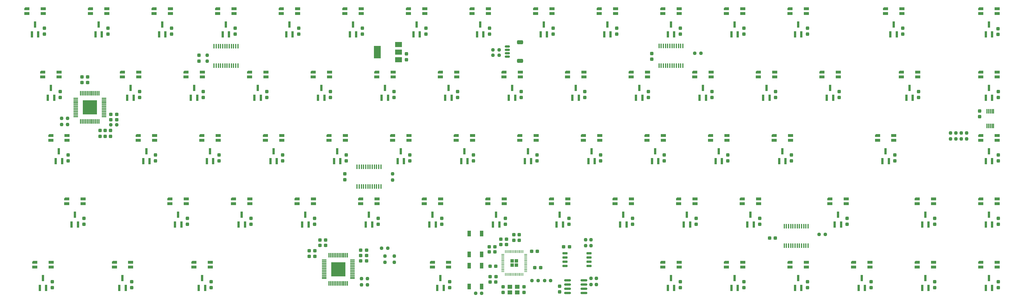
<source format=gbp>
G04 #@! TF.GenerationSoftware,KiCad,Pcbnew,(6.0.0)*
G04 #@! TF.CreationDate,2024-08-25T19:28:41-07:00*
G04 #@! TF.ProjectId,stekeeb65_analog,7374656b-6565-4623-9635-5f616e616c6f,rev?*
G04 #@! TF.SameCoordinates,Original*
G04 #@! TF.FileFunction,Paste,Bot*
G04 #@! TF.FilePolarity,Positive*
%FSLAX46Y46*%
G04 Gerber Fmt 4.6, Leading zero omitted, Abs format (unit mm)*
G04 Created by KiCad (PCBNEW (6.0.0)) date 2024-08-25 19:28:41*
%MOMM*%
%LPD*%
G01*
G04 APERTURE LIST*
G04 Aperture macros list*
%AMRoundRect*
0 Rectangle with rounded corners*
0 $1 Rounding radius*
0 $2 $3 $4 $5 $6 $7 $8 $9 X,Y pos of 4 corners*
0 Add a 4 corners polygon primitive as box body*
4,1,4,$2,$3,$4,$5,$6,$7,$8,$9,$2,$3,0*
0 Add four circle primitives for the rounded corners*
1,1,$1+$1,$2,$3*
1,1,$1+$1,$4,$5*
1,1,$1+$1,$6,$7*
1,1,$1+$1,$8,$9*
0 Add four rect primitives between the rounded corners*
20,1,$1+$1,$2,$3,$4,$5,0*
20,1,$1+$1,$4,$5,$6,$7,0*
20,1,$1+$1,$6,$7,$8,$9,0*
20,1,$1+$1,$8,$9,$2,$3,0*%
%AMOutline5P*
0 Free polygon, 5 corners , with rotation*
0 The origin of the aperture is its center*
0 number of corners: always 5*
0 $1 to $10 corner X, Y*
0 $11 Rotation angle, in degrees counterclockwise*
0 create outline with 5 corners*
4,1,5,$1,$2,$3,$4,$5,$6,$7,$8,$9,$10,$1,$2,$11*%
%AMOutline6P*
0 Free polygon, 6 corners , with rotation*
0 The origin of the aperture is its center*
0 number of corners: always 6*
0 $1 to $12 corner X, Y*
0 $13 Rotation angle, in degrees counterclockwise*
0 create outline with 6 corners*
4,1,6,$1,$2,$3,$4,$5,$6,$7,$8,$9,$10,$11,$12,$1,$2,$13*%
%AMOutline7P*
0 Free polygon, 7 corners , with rotation*
0 The origin of the aperture is its center*
0 number of corners: always 7*
0 $1 to $14 corner X, Y*
0 $15 Rotation angle, in degrees counterclockwise*
0 create outline with 7 corners*
4,1,7,$1,$2,$3,$4,$5,$6,$7,$8,$9,$10,$11,$12,$13,$14,$1,$2,$15*%
%AMOutline8P*
0 Free polygon, 8 corners , with rotation*
0 The origin of the aperture is its center*
0 number of corners: always 8*
0 $1 to $16 corner X, Y*
0 $17 Rotation angle, in degrees counterclockwise*
0 create outline with 8 corners*
4,1,8,$1,$2,$3,$4,$5,$6,$7,$8,$9,$10,$11,$12,$13,$14,$15,$16,$1,$2,$17*%
G04 Aperture macros list end*
%ADD10RoundRect,0.237500X0.250000X0.237500X-0.250000X0.237500X-0.250000X-0.237500X0.250000X-0.237500X0*%
%ADD11Outline5P,-0.750000X0.180000X-0.480000X0.450000X0.750000X0.450000X0.750000X-0.450000X-0.750000X-0.450000X0.000000*%
%ADD12R,1.500000X0.900000*%
%ADD13R,0.800000X1.900000*%
%ADD14RoundRect,0.237500X0.237500X-0.300000X0.237500X0.300000X-0.237500X0.300000X-0.237500X-0.300000X0*%
%ADD15RoundRect,0.237500X-0.237500X0.300000X-0.237500X-0.300000X0.237500X-0.300000X0.237500X0.300000X0*%
%ADD16R,1.475000X0.300000*%
%ADD17R,0.300000X1.475000*%
%ADD18R,4.210000X4.210000*%
%ADD19RoundRect,0.237500X0.237500X-0.250000X0.237500X0.250000X-0.237500X0.250000X-0.237500X-0.250000X0*%
%ADD20R,0.450000X1.475000*%
%ADD21RoundRect,0.237500X0.300000X0.237500X-0.300000X0.237500X-0.300000X-0.237500X0.300000X-0.237500X0*%
%ADD22RoundRect,0.150000X0.650000X0.150000X-0.650000X0.150000X-0.650000X-0.150000X0.650000X-0.150000X0*%
%ADD23RoundRect,0.250000X0.292217X0.292217X-0.292217X0.292217X-0.292217X-0.292217X0.292217X-0.292217X0*%
%ADD24RoundRect,0.050000X0.387500X0.050000X-0.387500X0.050000X-0.387500X-0.050000X0.387500X-0.050000X0*%
%ADD25RoundRect,0.050000X0.050000X0.387500X-0.050000X0.387500X-0.050000X-0.387500X0.050000X-0.387500X0*%
%ADD26RoundRect,0.237500X-0.250000X-0.237500X0.250000X-0.237500X0.250000X0.237500X-0.250000X0.237500X0*%
%ADD27R,0.300000X1.400000*%
%ADD28RoundRect,0.237500X-0.237500X0.250000X-0.237500X-0.250000X0.237500X-0.250000X0.237500X0.250000X0*%
%ADD29RoundRect,0.237500X-0.300000X-0.237500X0.300000X-0.237500X0.300000X0.237500X-0.300000X0.237500X0*%
%ADD30RoundRect,0.150000X-0.825000X-0.150000X0.825000X-0.150000X0.825000X0.150000X-0.825000X0.150000X0*%
%ADD31R,2.000000X1.500000*%
%ADD32R,2.000000X3.800000*%
%ADD33R,1.400000X1.200000*%
%ADD34RoundRect,0.150000X-0.625000X0.150000X-0.625000X-0.150000X0.625000X-0.150000X0.625000X0.150000X0*%
%ADD35RoundRect,0.250000X-0.650000X0.350000X-0.650000X-0.350000X0.650000X-0.350000X0.650000X0.350000X0*%
%ADD36R,1.100000X1.800000*%
G04 APERTURE END LIST*
D10*
X198982500Y-111010000D03*
X197157500Y-111010000D03*
D11*
X262312500Y-136725000D03*
D12*
X267212500Y-136725000D03*
X267212500Y-138225000D03*
X262312500Y-138225000D03*
D13*
X156175000Y-106375000D03*
X154275000Y-106375000D03*
X155225000Y-103375000D03*
X141887500Y-163525000D03*
X139987500Y-163525000D03*
X140937500Y-160525000D03*
D11*
X324225000Y-174825000D03*
D12*
X329125000Y-174825000D03*
X329125000Y-176325000D03*
X324225000Y-176325000D03*
D13*
X160937500Y-163525000D03*
X159037500Y-163525000D03*
X159987500Y-160525000D03*
D14*
X138925000Y-106237500D03*
X138925000Y-104512500D03*
D13*
X346675000Y-182575000D03*
X344775000Y-182575000D03*
X345725000Y-179575000D03*
X68068700Y-144475000D03*
X66168700Y-144475000D03*
X67118700Y-141475000D03*
D14*
X205600000Y-125287500D03*
X205600000Y-123562500D03*
D13*
X165700000Y-125425000D03*
X163800000Y-125425000D03*
X164750000Y-122425000D03*
D14*
X152750000Y-150012500D03*
X152750000Y-148287500D03*
X229412500Y-144337500D03*
X229412500Y-142612500D03*
D15*
X342950000Y-129387500D03*
X342950000Y-131112500D03*
D11*
X248025000Y-174825000D03*
D12*
X252925000Y-174825000D03*
X252925000Y-176325000D03*
X248025000Y-176325000D03*
D15*
X79400000Y-135237500D03*
X79400000Y-136962500D03*
D14*
X67487500Y-125287500D03*
X67487500Y-123562500D03*
X162737500Y-163387500D03*
X162737500Y-161662500D03*
D16*
X72122000Y-131050000D03*
X72122000Y-130550000D03*
X72122000Y-130050000D03*
X72122000Y-129550000D03*
X72122000Y-129050000D03*
X72122000Y-128550000D03*
X72122000Y-128050000D03*
X72122000Y-127550000D03*
X72122000Y-127050000D03*
X72122000Y-126550000D03*
X72122000Y-126050000D03*
X72122000Y-125550000D03*
D17*
X73610000Y-124062000D03*
X74110000Y-124062000D03*
X74610000Y-124062000D03*
X75110000Y-124062000D03*
X75610000Y-124062000D03*
X76110000Y-124062000D03*
X76610000Y-124062000D03*
X77110000Y-124062000D03*
X77610000Y-124062000D03*
X78110000Y-124062000D03*
X78610000Y-124062000D03*
X79110000Y-124062000D03*
D16*
X80598000Y-125550000D03*
X80598000Y-126050000D03*
X80598000Y-126550000D03*
X80598000Y-127050000D03*
X80598000Y-127550000D03*
X80598000Y-128050000D03*
X80598000Y-128550000D03*
X80598000Y-129050000D03*
X80598000Y-129550000D03*
X80598000Y-130050000D03*
X80598000Y-130550000D03*
X80598000Y-131050000D03*
D17*
X79110000Y-132538000D03*
X78610000Y-132538000D03*
X78110000Y-132538000D03*
X77610000Y-132538000D03*
X77110000Y-132538000D03*
X76610000Y-132538000D03*
X76110000Y-132538000D03*
X75610000Y-132538000D03*
X75110000Y-132538000D03*
X74610000Y-132538000D03*
X74110000Y-132538000D03*
X73610000Y-132538000D03*
D18*
X76360000Y-128300000D03*
D13*
X79975000Y-106375000D03*
X78075000Y-106375000D03*
X79025000Y-103375000D03*
D11*
X238500000Y-117675000D03*
D12*
X243400000Y-117675000D03*
X243400000Y-119175000D03*
X238500000Y-119175000D03*
D14*
X348475000Y-125287500D03*
X348475000Y-123562500D03*
D13*
X146650000Y-125425000D03*
X144750000Y-125425000D03*
X145700000Y-122425000D03*
D14*
X200144356Y-183912500D03*
X200144356Y-182187500D03*
D13*
X132362500Y-144475000D03*
X130462500Y-144475000D03*
X131412500Y-141475000D03*
D19*
X337437500Y-137775000D03*
X337437500Y-135950000D03*
D13*
X194275000Y-106375000D03*
X192375000Y-106375000D03*
X193325000Y-103375000D03*
D14*
X181787500Y-163387500D03*
X181787500Y-161662500D03*
X115112500Y-144337500D03*
X115112500Y-142612500D03*
D11*
X107531200Y-174825000D03*
D12*
X112431200Y-174825000D03*
X112431200Y-176325000D03*
X107531200Y-176325000D03*
D11*
X257550000Y-117675000D03*
D12*
X262450000Y-117675000D03*
X262450000Y-119175000D03*
X257550000Y-119175000D03*
D14*
X69868700Y-144337500D03*
X69868700Y-142612500D03*
D13*
X184750000Y-125425000D03*
X182850000Y-125425000D03*
X183800000Y-122425000D03*
D11*
X114675000Y-98625000D03*
D12*
X119575000Y-98625000D03*
X119575000Y-100125000D03*
X114675000Y-100125000D03*
D14*
X96062500Y-144337500D03*
X96062500Y-142612500D03*
D10*
X210662500Y-180350000D03*
X208837500Y-180350000D03*
D13*
X260950000Y-125425000D03*
X259050000Y-125425000D03*
X260000000Y-122425000D03*
D20*
X156435000Y-146182000D03*
X157085000Y-146182000D03*
X157735000Y-146182000D03*
X158385000Y-146182000D03*
X159035000Y-146182000D03*
X159685000Y-146182000D03*
X160335000Y-146182000D03*
X160985000Y-146182000D03*
X161635000Y-146182000D03*
X162285000Y-146182000D03*
X162935000Y-146182000D03*
X163585000Y-146182000D03*
X163585000Y-152058000D03*
X162935000Y-152058000D03*
X162285000Y-152058000D03*
X161635000Y-152058000D03*
X160985000Y-152058000D03*
X160335000Y-152058000D03*
X159685000Y-152058000D03*
X159035000Y-152058000D03*
X158385000Y-152058000D03*
X157735000Y-152058000D03*
X157085000Y-152058000D03*
X156435000Y-152058000D03*
D11*
X124200000Y-117675000D03*
D12*
X129100000Y-117675000D03*
X129100000Y-119175000D03*
X124200000Y-119175000D03*
D13*
X127600000Y-125425000D03*
X125700000Y-125425000D03*
X126650000Y-122425000D03*
X189512500Y-144475000D03*
X187612500Y-144475000D03*
X188562500Y-141475000D03*
D21*
X198018144Y-179150000D03*
X196293144Y-179150000D03*
D13*
X108550000Y-125425000D03*
X106650000Y-125425000D03*
X107600000Y-122425000D03*
X322862500Y-125425000D03*
X320962500Y-125425000D03*
X321912500Y-122425000D03*
D14*
X210362500Y-144337500D03*
X210362500Y-142612500D03*
D11*
X143250000Y-117675000D03*
D12*
X148150000Y-117675000D03*
X148150000Y-119175000D03*
X143250000Y-119175000D03*
D11*
X109912500Y-136725000D03*
D12*
X114812500Y-136725000D03*
X114812500Y-138225000D03*
X109912500Y-138225000D03*
D13*
X137125000Y-106375000D03*
X135225000Y-106375000D03*
X136175000Y-103375000D03*
D11*
X343275000Y-174825000D03*
D12*
X348175000Y-174825000D03*
X348175000Y-176325000D03*
X343275000Y-176325000D03*
D19*
X157800000Y-181612500D03*
X157800000Y-179787500D03*
D13*
X87118800Y-182575000D03*
X85218800Y-182575000D03*
X86168800Y-179575000D03*
D14*
X219887500Y-163387500D03*
X219887500Y-161662500D03*
X257987500Y-163387500D03*
X257987500Y-161662500D03*
D11*
X281362500Y-136725000D03*
D12*
X286262500Y-136725000D03*
X286262500Y-138225000D03*
X281362500Y-138225000D03*
D11*
X243262500Y-136725000D03*
D12*
X248162500Y-136725000D03*
X248162500Y-138225000D03*
X243262500Y-138225000D03*
D22*
X225950000Y-172145000D03*
X225950000Y-173415000D03*
X225950000Y-174685000D03*
X225950000Y-175955000D03*
X218750000Y-175955000D03*
X218750000Y-174685000D03*
X218750000Y-173415000D03*
X218750000Y-172145000D03*
D13*
X241900000Y-125425000D03*
X240000000Y-125425000D03*
X240950000Y-122425000D03*
D14*
X244750000Y-113812500D03*
X244750000Y-112087500D03*
D20*
X246878304Y-109842000D03*
X247528304Y-109842000D03*
X248178304Y-109842000D03*
X248828304Y-109842000D03*
X249478304Y-109842000D03*
X250128304Y-109842000D03*
X250778304Y-109842000D03*
X251428304Y-109842000D03*
X252078304Y-109842000D03*
X252728304Y-109842000D03*
X253378304Y-109842000D03*
X254028304Y-109842000D03*
X254028304Y-115718000D03*
X253378304Y-115718000D03*
X252728304Y-115718000D03*
X252078304Y-115718000D03*
X251428304Y-115718000D03*
X250778304Y-115718000D03*
X250128304Y-115718000D03*
X249478304Y-115718000D03*
X248828304Y-115718000D03*
X248178304Y-115718000D03*
X247528304Y-115718000D03*
X246878304Y-115718000D03*
D21*
X197762500Y-171700000D03*
X196037500Y-171700000D03*
D13*
X299050000Y-125425000D03*
X297150000Y-125425000D03*
X298100000Y-122425000D03*
X265712500Y-144475000D03*
X263812500Y-144475000D03*
X264762500Y-141475000D03*
D14*
X277037500Y-163387500D03*
X277037500Y-161662500D03*
D13*
X113312500Y-144475000D03*
X111412500Y-144475000D03*
X112362500Y-141475000D03*
X284762500Y-144475000D03*
X282862500Y-144475000D03*
X283812500Y-141475000D03*
X199037500Y-163525000D03*
X197137500Y-163525000D03*
X198087500Y-160525000D03*
D23*
X204131856Y-174412500D03*
X202856856Y-175687500D03*
X202856856Y-174412500D03*
X204131856Y-175687500D03*
D24*
X206931856Y-172450000D03*
X206931856Y-172850000D03*
X206931856Y-173250000D03*
X206931856Y-173650000D03*
X206931856Y-174050000D03*
X206931856Y-174450000D03*
X206931856Y-174850000D03*
X206931856Y-175250000D03*
X206931856Y-175650000D03*
X206931856Y-176050000D03*
X206931856Y-176450000D03*
X206931856Y-176850000D03*
X206931856Y-177250000D03*
X206931856Y-177650000D03*
D25*
X206094356Y-178487500D03*
X205694356Y-178487500D03*
X205294356Y-178487500D03*
X204894356Y-178487500D03*
X204494356Y-178487500D03*
X204094356Y-178487500D03*
X203694356Y-178487500D03*
X203294356Y-178487500D03*
X202894356Y-178487500D03*
X202494356Y-178487500D03*
X202094356Y-178487500D03*
X201694356Y-178487500D03*
X201294356Y-178487500D03*
X200894356Y-178487500D03*
D24*
X200056856Y-177650000D03*
X200056856Y-177250000D03*
X200056856Y-176850000D03*
X200056856Y-176450000D03*
X200056856Y-176050000D03*
X200056856Y-175650000D03*
X200056856Y-175250000D03*
X200056856Y-174850000D03*
X200056856Y-174450000D03*
X200056856Y-174050000D03*
X200056856Y-173650000D03*
X200056856Y-173250000D03*
X200056856Y-172850000D03*
X200056856Y-172450000D03*
D25*
X200894356Y-171612500D03*
X201294356Y-171612500D03*
X201694356Y-171612500D03*
X202094356Y-171612500D03*
X202494356Y-171612500D03*
X202894356Y-171612500D03*
X203294356Y-171612500D03*
X203694356Y-171612500D03*
X204094356Y-171612500D03*
X204494356Y-171612500D03*
X204894356Y-171612500D03*
X205294356Y-171612500D03*
X205694356Y-171612500D03*
X206094356Y-171612500D03*
D14*
X291325000Y-182437500D03*
X291325000Y-180712500D03*
D21*
X198012500Y-180750000D03*
X196287500Y-180750000D03*
D14*
X148450000Y-125287500D03*
X148450000Y-123562500D03*
D11*
X205162500Y-136725000D03*
D12*
X210062500Y-136725000D03*
X210062500Y-138225000D03*
X205162500Y-138225000D03*
D14*
X300850000Y-125287500D03*
X300850000Y-123562500D03*
D11*
X252787500Y-155775000D03*
D12*
X257687500Y-155775000D03*
X257687500Y-157275000D03*
X252787500Y-157275000D03*
D13*
X270475000Y-106375000D03*
X268575000Y-106375000D03*
X269525000Y-103375000D03*
X182368800Y-182575000D03*
X180468800Y-182575000D03*
X181418800Y-179575000D03*
X99025000Y-106375000D03*
X97125000Y-106375000D03*
X98075000Y-103375000D03*
D14*
X110350000Y-125287500D03*
X110350000Y-123562500D03*
X310375000Y-182437500D03*
X310375000Y-180712500D03*
D11*
X343275000Y-117675000D03*
D12*
X348175000Y-117675000D03*
X348175000Y-119175000D03*
X343275000Y-119175000D03*
D13*
X251425000Y-106375000D03*
X249525000Y-106375000D03*
X250475000Y-103375000D03*
D11*
X343275000Y-155775000D03*
D12*
X348175000Y-155775000D03*
X348175000Y-157275000D03*
X343275000Y-157275000D03*
D11*
X271837500Y-155775000D03*
D12*
X276737500Y-155775000D03*
X276737500Y-157275000D03*
X271837500Y-157275000D03*
D11*
X176587500Y-155775000D03*
D12*
X181487500Y-155775000D03*
X181487500Y-157275000D03*
X176587500Y-157275000D03*
D26*
X191937500Y-184150000D03*
X193762500Y-184150000D03*
X163800000Y-170650000D03*
X165625000Y-170650000D03*
D14*
X224650000Y-125287500D03*
X224650000Y-123562500D03*
X184168800Y-182437500D03*
X184168800Y-180712500D03*
D11*
X167062500Y-136725000D03*
D12*
X171962500Y-136725000D03*
X171962500Y-138225000D03*
X167062500Y-138225000D03*
D13*
X275237500Y-163525000D03*
X273337500Y-163525000D03*
X274287500Y-160525000D03*
X89500000Y-125425000D03*
X87600000Y-125425000D03*
X88550000Y-122425000D03*
D14*
X196075000Y-106237500D03*
X196075000Y-104512500D03*
D11*
X152775000Y-98625000D03*
D12*
X157675000Y-98625000D03*
X157675000Y-100125000D03*
X152775000Y-100125000D03*
D14*
X267512500Y-144337500D03*
X267512500Y-142612500D03*
D27*
X345110000Y-129450000D03*
X345610000Y-129450000D03*
X346110000Y-129450000D03*
X346610000Y-129450000D03*
X347110000Y-129450000D03*
X347110000Y-133850000D03*
X346610000Y-133850000D03*
X346110000Y-133850000D03*
X345610000Y-133850000D03*
X345110000Y-133850000D03*
D21*
X201206856Y-169550000D03*
X199481856Y-169550000D03*
X143812500Y-173100000D03*
X142087500Y-173100000D03*
X197762500Y-170150000D03*
X196037500Y-170150000D03*
D28*
X167100000Y-148262500D03*
X167100000Y-150087500D03*
D13*
X208562500Y-144475000D03*
X206662500Y-144475000D03*
X207612500Y-141475000D03*
D14*
X105587500Y-163387500D03*
X105587500Y-161662500D03*
D21*
X147012500Y-168200000D03*
X145287500Y-168200000D03*
D29*
X82687500Y-131988000D03*
X84412500Y-131988000D03*
D13*
X232375000Y-106375000D03*
X230475000Y-106375000D03*
X231425000Y-103375000D03*
X72831200Y-163525000D03*
X70931200Y-163525000D03*
X71881200Y-160525000D03*
D21*
X147012500Y-169800000D03*
X145287500Y-169800000D03*
D13*
X65687500Y-125425000D03*
X63787500Y-125425000D03*
X64737500Y-122425000D03*
D11*
X95625000Y-98625000D03*
D12*
X100525000Y-98625000D03*
X100525000Y-100125000D03*
X95625000Y-100125000D03*
D11*
X224212500Y-136725000D03*
D12*
X229112500Y-136725000D03*
X229112500Y-138225000D03*
X224212500Y-138225000D03*
D15*
X206444356Y-182187500D03*
X206444356Y-183912500D03*
D11*
X267075000Y-174825000D03*
D12*
X271975000Y-174825000D03*
X271975000Y-176325000D03*
X267075000Y-176325000D03*
D11*
X319462500Y-117675000D03*
D12*
X324362500Y-117675000D03*
X324362500Y-119175000D03*
X319462500Y-119175000D03*
D14*
X124637500Y-163387500D03*
X124637500Y-161662500D03*
D13*
X346675000Y-163525000D03*
X344775000Y-163525000D03*
X345725000Y-160525000D03*
D11*
X157537500Y-155775000D03*
D12*
X162437500Y-155775000D03*
X162437500Y-157275000D03*
X157537500Y-157275000D03*
D28*
X167600000Y-172987500D03*
X167600000Y-174812500D03*
D13*
X346675000Y-125425000D03*
X344775000Y-125425000D03*
X345725000Y-122425000D03*
D14*
X248462500Y-144337500D03*
X248462500Y-142612500D03*
D11*
X162300000Y-117675000D03*
D12*
X167200000Y-117675000D03*
X167200000Y-119175000D03*
X162300000Y-119175000D03*
D14*
X100825000Y-106237500D03*
X100825000Y-104512500D03*
D19*
X224900000Y-169862500D03*
X224900000Y-168037500D03*
D13*
X315718800Y-144475000D03*
X313818800Y-144475000D03*
X314768800Y-141475000D03*
D14*
X134162500Y-144337500D03*
X134162500Y-142612500D03*
D11*
X298031200Y-155775000D03*
D12*
X302931200Y-155775000D03*
X302931200Y-157275000D03*
X298031200Y-157275000D03*
D20*
X113575000Y-109872000D03*
X114225000Y-109872000D03*
X114875000Y-109872000D03*
X115525000Y-109872000D03*
X116175000Y-109872000D03*
X116825000Y-109872000D03*
X117475000Y-109872000D03*
X118125000Y-109872000D03*
X118775000Y-109872000D03*
X119425000Y-109872000D03*
X120075000Y-109872000D03*
X120725000Y-109872000D03*
X120725000Y-115748000D03*
X120075000Y-115748000D03*
X119425000Y-115748000D03*
X118775000Y-115748000D03*
X118125000Y-115748000D03*
X117475000Y-115748000D03*
X116825000Y-115748000D03*
X116175000Y-115748000D03*
X115525000Y-115748000D03*
X114875000Y-115748000D03*
X114225000Y-115748000D03*
X113575000Y-115748000D03*
D14*
X112731200Y-182437500D03*
X112731200Y-180712500D03*
D13*
X237137500Y-163525000D03*
X235237500Y-163525000D03*
X236187500Y-160525000D03*
D14*
X172262500Y-144337500D03*
X172262500Y-142612500D03*
D11*
X69431200Y-155775000D03*
D12*
X74331200Y-155775000D03*
X74331200Y-157275000D03*
X69431200Y-157275000D03*
D14*
X324662500Y-125287500D03*
X324662500Y-123562500D03*
D13*
X227612500Y-144475000D03*
X225712500Y-144475000D03*
X226662500Y-141475000D03*
D30*
X219475000Y-184055000D03*
X219475000Y-182785000D03*
X219475000Y-181515000D03*
X219475000Y-180245000D03*
X224425000Y-180245000D03*
X224425000Y-181515000D03*
X224425000Y-182785000D03*
X224425000Y-184055000D03*
D14*
X157975000Y-106237500D03*
X157975000Y-104512500D03*
D21*
X220062500Y-170200000D03*
X218337500Y-170200000D03*
D14*
X167500000Y-125287500D03*
X167500000Y-123562500D03*
D13*
X327625000Y-163525000D03*
X325725000Y-163525000D03*
X326675000Y-160525000D03*
D11*
X76575000Y-98625000D03*
D12*
X81475000Y-98625000D03*
X81475000Y-100125000D03*
X76575000Y-100125000D03*
D11*
X100387500Y-155775000D03*
D12*
X105287500Y-155775000D03*
X105287500Y-157275000D03*
X100387500Y-157275000D03*
D11*
X314700000Y-98625000D03*
D12*
X319600000Y-98625000D03*
X319600000Y-100125000D03*
X314700000Y-100125000D03*
D14*
X215125000Y-106237500D03*
X215125000Y-104512500D03*
X272275000Y-182437500D03*
X272275000Y-180712500D03*
D11*
X171825000Y-98625000D03*
D12*
X176725000Y-98625000D03*
X176725000Y-100125000D03*
X171825000Y-100125000D03*
D29*
X74017500Y-119100000D03*
X75742500Y-119100000D03*
X82687500Y-130370000D03*
X84412500Y-130370000D03*
D13*
X222850000Y-125425000D03*
X220950000Y-125425000D03*
X221900000Y-122425000D03*
X280000000Y-125425000D03*
X278100000Y-125425000D03*
X279050000Y-122425000D03*
D14*
X81775000Y-106237500D03*
X81775000Y-104512500D03*
X109050000Y-114375000D03*
X109050000Y-112650000D03*
D13*
X251425000Y-182575000D03*
X249525000Y-182575000D03*
X250475000Y-179575000D03*
D29*
X157537500Y-171200000D03*
X159262500Y-171200000D03*
D14*
X238937500Y-163387500D03*
X238937500Y-161662500D03*
D21*
X281712500Y-167600000D03*
X279987500Y-167600000D03*
D28*
X228150000Y-179687500D03*
X228150000Y-181512500D03*
D11*
X148012500Y-136725000D03*
D12*
X152912500Y-136725000D03*
X152912500Y-138225000D03*
X148012500Y-138225000D03*
D11*
X305175000Y-174825000D03*
D12*
X310075000Y-174825000D03*
X310075000Y-176325000D03*
X305175000Y-176325000D03*
D29*
X208737500Y-171550000D03*
X210462500Y-171550000D03*
D14*
X348475000Y-163387500D03*
X348475000Y-161662500D03*
X234175000Y-106237500D03*
X234175000Y-104512500D03*
X200837500Y-163387500D03*
X200837500Y-161662500D03*
D13*
X308575000Y-182575000D03*
X306675000Y-182575000D03*
X307625000Y-179575000D03*
D14*
X186550000Y-125287500D03*
X186550000Y-123562500D03*
D15*
X82600000Y-135237500D03*
X82600000Y-136962500D03*
D14*
X281800000Y-125287500D03*
X281800000Y-123562500D03*
D13*
X218087500Y-163525000D03*
X216187500Y-163525000D03*
X217137500Y-160525000D03*
D11*
X200400000Y-117675000D03*
D12*
X205300000Y-117675000D03*
X205300000Y-119175000D03*
X200400000Y-119175000D03*
D29*
X209687500Y-176450000D03*
X211412500Y-176450000D03*
D14*
X272275000Y-106237500D03*
X272275000Y-104512500D03*
D10*
X214412500Y-180350000D03*
X212587500Y-180350000D03*
D14*
X62725000Y-106237500D03*
X62725000Y-104512500D03*
X129400000Y-125287500D03*
X129400000Y-123562500D03*
D11*
X90862500Y-136725000D03*
D12*
X95762500Y-136725000D03*
X95762500Y-138225000D03*
X90862500Y-138225000D03*
D11*
X286125000Y-98625000D03*
D12*
X291025000Y-98625000D03*
X291025000Y-100125000D03*
X286125000Y-100125000D03*
D14*
X348475000Y-144337500D03*
X348475000Y-142612500D03*
D31*
X168810000Y-109360000D03*
D32*
X162510000Y-111660000D03*
D31*
X168810000Y-111660000D03*
X168810000Y-113960000D03*
D14*
X191312500Y-144337500D03*
X191312500Y-142612500D03*
D11*
X181350000Y-117675000D03*
D12*
X186250000Y-117675000D03*
X186250000Y-119175000D03*
X181350000Y-119175000D03*
D11*
X209925000Y-98625000D03*
D12*
X214825000Y-98625000D03*
X214825000Y-100125000D03*
X209925000Y-100125000D03*
D26*
X294862500Y-166425000D03*
X296687500Y-166425000D03*
D13*
X94262500Y-144475000D03*
X92362500Y-144475000D03*
X93312500Y-141475000D03*
D33*
X202244356Y-182200000D03*
X204444356Y-182200000D03*
X204444356Y-183900000D03*
X202244356Y-183900000D03*
D28*
X226550000Y-179687500D03*
X226550000Y-181512500D03*
X69700000Y-131587500D03*
X69700000Y-133412500D03*
D14*
X177025000Y-106237500D03*
X177025000Y-104512500D03*
D13*
X213325000Y-106375000D03*
X211425000Y-106375000D03*
X212375000Y-103375000D03*
D11*
X295650000Y-117675000D03*
D12*
X300550000Y-117675000D03*
X300550000Y-119175000D03*
X295650000Y-119175000D03*
D14*
X88918800Y-182437500D03*
X88918800Y-180712500D03*
D13*
X346675000Y-144475000D03*
X344775000Y-144475000D03*
X345725000Y-141475000D03*
D26*
X82637500Y-133550000D03*
X84462500Y-133550000D03*
D11*
X83718800Y-174825000D03*
D12*
X88618800Y-174825000D03*
X88618800Y-176325000D03*
X83718800Y-176325000D03*
D15*
X171190000Y-112227500D03*
X171190000Y-113952500D03*
D11*
X119437500Y-155775000D03*
D12*
X124337500Y-155775000D03*
X124337500Y-157275000D03*
X119437500Y-157275000D03*
D14*
X74631200Y-163387500D03*
X74631200Y-161662500D03*
D11*
X178968800Y-174825000D03*
D12*
X183868800Y-174825000D03*
X183868800Y-176325000D03*
X178968800Y-176325000D03*
D11*
X233737500Y-155775000D03*
D12*
X238637500Y-155775000D03*
X238637500Y-157275000D03*
X233737500Y-157275000D03*
D14*
X143687500Y-163387500D03*
X143687500Y-161662500D03*
D13*
X122837500Y-163525000D03*
X120937500Y-163525000D03*
X121887500Y-160525000D03*
D29*
X157537500Y-172800000D03*
X159262500Y-172800000D03*
D14*
X319900000Y-106237500D03*
X319900000Y-104512500D03*
D11*
X105150000Y-117675000D03*
D12*
X110050000Y-117675000D03*
X110050000Y-119175000D03*
X105150000Y-119175000D03*
D11*
X286125000Y-174825000D03*
D12*
X291025000Y-174825000D03*
X291025000Y-176325000D03*
X286125000Y-176325000D03*
D14*
X348410000Y-106362500D03*
X348410000Y-104637500D03*
D26*
X257612500Y-112025000D03*
X259437500Y-112025000D03*
D11*
X64668700Y-136725000D03*
D12*
X69568700Y-136725000D03*
X69568700Y-138225000D03*
X64668700Y-138225000D03*
D19*
X335837500Y-137775000D03*
X335837500Y-135950000D03*
D14*
X329425000Y-163387500D03*
X329425000Y-161662500D03*
D11*
X186112500Y-136725000D03*
D12*
X191012500Y-136725000D03*
X191012500Y-138225000D03*
X186112500Y-138225000D03*
D14*
X153212500Y-144337500D03*
X153212500Y-142612500D03*
D19*
X339037500Y-137775000D03*
X339037500Y-135950000D03*
D13*
X318100000Y-106375000D03*
X316200000Y-106375000D03*
X317150000Y-103375000D03*
D11*
X138487500Y-155775000D03*
D12*
X143387500Y-155775000D03*
X143387500Y-157275000D03*
X138487500Y-157275000D03*
D14*
X91300000Y-125287500D03*
X91300000Y-123562500D03*
D28*
X67950000Y-131587500D03*
X67950000Y-133412500D03*
D11*
X59906200Y-174825000D03*
D12*
X64806200Y-174825000D03*
X64806200Y-176325000D03*
X59906200Y-176325000D03*
D14*
X203400000Y-168262500D03*
X203400000Y-166537500D03*
D20*
X284385000Y-163982000D03*
X285035000Y-163982000D03*
X285685000Y-163982000D03*
X286335000Y-163982000D03*
X286985000Y-163982000D03*
X287635000Y-163982000D03*
X288285000Y-163982000D03*
X288935000Y-163982000D03*
X289585000Y-163982000D03*
X290235000Y-163982000D03*
X290885000Y-163982000D03*
X291535000Y-163982000D03*
X291535000Y-169858000D03*
X290885000Y-169858000D03*
X290235000Y-169858000D03*
X289585000Y-169858000D03*
X288935000Y-169858000D03*
X288285000Y-169858000D03*
X287635000Y-169858000D03*
X286985000Y-169858000D03*
X286335000Y-169858000D03*
X285685000Y-169858000D03*
X285035000Y-169858000D03*
X284385000Y-169858000D03*
D19*
X159500000Y-181612500D03*
X159500000Y-179787500D03*
D13*
X346675000Y-106375000D03*
X344775000Y-106375000D03*
X345725000Y-103375000D03*
X289525000Y-182575000D03*
X287625000Y-182575000D03*
X288575000Y-179575000D03*
D29*
X157537500Y-174450000D03*
X159262500Y-174450000D03*
D13*
X151412500Y-144475000D03*
X149512500Y-144475000D03*
X150462500Y-141475000D03*
D11*
X312318800Y-136725000D03*
D12*
X317218800Y-136725000D03*
X317218800Y-138225000D03*
X312318800Y-138225000D03*
D21*
X143812500Y-171400000D03*
X142087500Y-171400000D03*
D29*
X74007500Y-120840000D03*
X75732500Y-120840000D03*
D11*
X248025000Y-98625000D03*
D12*
X252925000Y-98625000D03*
X252925000Y-100125000D03*
X248025000Y-100125000D03*
D28*
X226550000Y-168037500D03*
X226550000Y-169862500D03*
D13*
X301431200Y-163525000D03*
X299531200Y-163525000D03*
X300481200Y-160525000D03*
D11*
X343275000Y-98625000D03*
D12*
X348175000Y-98625000D03*
X348175000Y-100125000D03*
X343275000Y-100125000D03*
D14*
X205000000Y-168262500D03*
X205000000Y-166537500D03*
D13*
X256187500Y-163525000D03*
X254287500Y-163525000D03*
X255237500Y-160525000D03*
X270475000Y-182575000D03*
X268575000Y-182575000D03*
X269525000Y-179575000D03*
D11*
X128962500Y-136725000D03*
D12*
X133862500Y-136725000D03*
X133862500Y-138225000D03*
X128962500Y-138225000D03*
D26*
X197147500Y-112590000D03*
X198972500Y-112590000D03*
D34*
X201410000Y-110000000D03*
X201410000Y-111000000D03*
X201410000Y-112000000D03*
X201410000Y-113000000D03*
D35*
X205285000Y-108700000D03*
X205285000Y-114300000D03*
D21*
X201206856Y-167900000D03*
X199481856Y-167900000D03*
D14*
X303231200Y-163387500D03*
X303231200Y-161662500D03*
D11*
X86100000Y-117675000D03*
D12*
X91000000Y-117675000D03*
X91000000Y-119175000D03*
X86100000Y-119175000D03*
D13*
X179987500Y-163525000D03*
X178087500Y-163525000D03*
X179037500Y-160525000D03*
D14*
X243700000Y-125287500D03*
X243700000Y-123562500D03*
D11*
X267075000Y-98625000D03*
D12*
X271975000Y-98625000D03*
X271975000Y-100125000D03*
X267075000Y-100125000D03*
D11*
X276600000Y-117675000D03*
D12*
X281500000Y-117675000D03*
X281500000Y-119175000D03*
X276600000Y-119175000D03*
D19*
X334187500Y-137775000D03*
X334187500Y-135950000D03*
D14*
X253225000Y-106237500D03*
X253225000Y-104512500D03*
D11*
X133725000Y-98625000D03*
D12*
X138625000Y-98625000D03*
X138625000Y-100125000D03*
X133725000Y-100125000D03*
D13*
X60925000Y-106375000D03*
X59025000Y-106375000D03*
X59975000Y-103375000D03*
D28*
X164800000Y-172987500D03*
X164800000Y-174812500D03*
D11*
X343275000Y-136725000D03*
D12*
X348175000Y-136725000D03*
X348175000Y-138225000D03*
X343275000Y-138225000D03*
D11*
X214687500Y-155775000D03*
D12*
X219587500Y-155775000D03*
X219587500Y-157275000D03*
X214687500Y-157275000D03*
D13*
X289525000Y-106375000D03*
X287625000Y-106375000D03*
X288575000Y-103375000D03*
D21*
X198012500Y-176050000D03*
X196287500Y-176050000D03*
D14*
X253225000Y-182437500D03*
X253225000Y-180712500D03*
X329425000Y-182437500D03*
X329425000Y-180712500D03*
D13*
X63306200Y-182575000D03*
X61406200Y-182575000D03*
X62356200Y-179575000D03*
X118075000Y-106375000D03*
X116175000Y-106375000D03*
X117125000Y-103375000D03*
D15*
X81000000Y-135237500D03*
X81000000Y-136962500D03*
D14*
X262750000Y-125287500D03*
X262750000Y-123562500D03*
X348475000Y-182437500D03*
X348475000Y-180712500D03*
D13*
X170462500Y-144475000D03*
X168562500Y-144475000D03*
X169512500Y-141475000D03*
X246662500Y-144475000D03*
X244762500Y-144475000D03*
X245712500Y-141475000D03*
D15*
X217150000Y-182050000D03*
X217150000Y-183775000D03*
D17*
X153550000Y-181200000D03*
X153050000Y-181200000D03*
X152550000Y-181200000D03*
X152050000Y-181200000D03*
X151550000Y-181200000D03*
X151050000Y-181200000D03*
X150550000Y-181200000D03*
X150050000Y-181200000D03*
X149550000Y-181200000D03*
X149050000Y-181200000D03*
X148550000Y-181200000D03*
X148050000Y-181200000D03*
D16*
X146562000Y-179712000D03*
X146562000Y-179212000D03*
X146562000Y-178712000D03*
X146562000Y-178212000D03*
X146562000Y-177712000D03*
X146562000Y-177212000D03*
X146562000Y-176712000D03*
X146562000Y-176212000D03*
X146562000Y-175712000D03*
X146562000Y-175212000D03*
X146562000Y-174712000D03*
X146562000Y-174212000D03*
D17*
X148050000Y-172724000D03*
X148550000Y-172724000D03*
X149050000Y-172724000D03*
X149550000Y-172724000D03*
X150050000Y-172724000D03*
X150550000Y-172724000D03*
X151050000Y-172724000D03*
X151550000Y-172724000D03*
X152050000Y-172724000D03*
X152550000Y-172724000D03*
X153050000Y-172724000D03*
X153550000Y-172724000D03*
D16*
X155038000Y-174212000D03*
X155038000Y-174712000D03*
X155038000Y-175212000D03*
X155038000Y-175712000D03*
X155038000Y-176212000D03*
X155038000Y-176712000D03*
X155038000Y-177212000D03*
X155038000Y-177712000D03*
X155038000Y-178212000D03*
X155038000Y-178712000D03*
X155038000Y-179212000D03*
X155038000Y-179712000D03*
D18*
X150800000Y-176962000D03*
D14*
X65106200Y-182437500D03*
X65106200Y-180712500D03*
X119875000Y-106237500D03*
X119875000Y-104512500D03*
D11*
X219450000Y-117675000D03*
D12*
X224350000Y-117675000D03*
X224350000Y-119175000D03*
X219450000Y-119175000D03*
D11*
X62287500Y-117675000D03*
D12*
X67187500Y-117675000D03*
X67187500Y-119175000D03*
X62287500Y-119175000D03*
D19*
X111525000Y-114412500D03*
X111525000Y-112587500D03*
D13*
X110931200Y-182575000D03*
X109031200Y-182575000D03*
X109981200Y-179575000D03*
D14*
X291325000Y-106237500D03*
X291325000Y-104512500D03*
D11*
X195637500Y-155775000D03*
D12*
X200537500Y-155775000D03*
X200537500Y-157275000D03*
X195637500Y-157275000D03*
D14*
X317518800Y-144337500D03*
X317518800Y-142612500D03*
D13*
X175225000Y-106375000D03*
X173325000Y-106375000D03*
X174275000Y-103375000D03*
D36*
X193750000Y-172450000D03*
X190050000Y-166250000D03*
X190050000Y-172450000D03*
X193750000Y-166250000D03*
X190050000Y-175900000D03*
X193750000Y-182100000D03*
X193750000Y-175900000D03*
X190050000Y-182100000D03*
D11*
X57525000Y-98625000D03*
D12*
X62425000Y-98625000D03*
X62425000Y-100125000D03*
X57525000Y-100125000D03*
D11*
X190875000Y-98625000D03*
D12*
X195775000Y-98625000D03*
X195775000Y-100125000D03*
X190875000Y-100125000D03*
D11*
X228975000Y-98625000D03*
D12*
X233875000Y-98625000D03*
X233875000Y-100125000D03*
X228975000Y-100125000D03*
D14*
X286562500Y-144337500D03*
X286562500Y-142612500D03*
D13*
X327625000Y-182575000D03*
X325725000Y-182575000D03*
X326675000Y-179575000D03*
X103787500Y-163525000D03*
X101887500Y-163525000D03*
X102837500Y-160525000D03*
X203800000Y-125425000D03*
X201900000Y-125425000D03*
X202850000Y-122425000D03*
D11*
X324225000Y-155775000D03*
D12*
X329125000Y-155775000D03*
X329125000Y-157275000D03*
X324225000Y-157275000D03*
M02*

</source>
